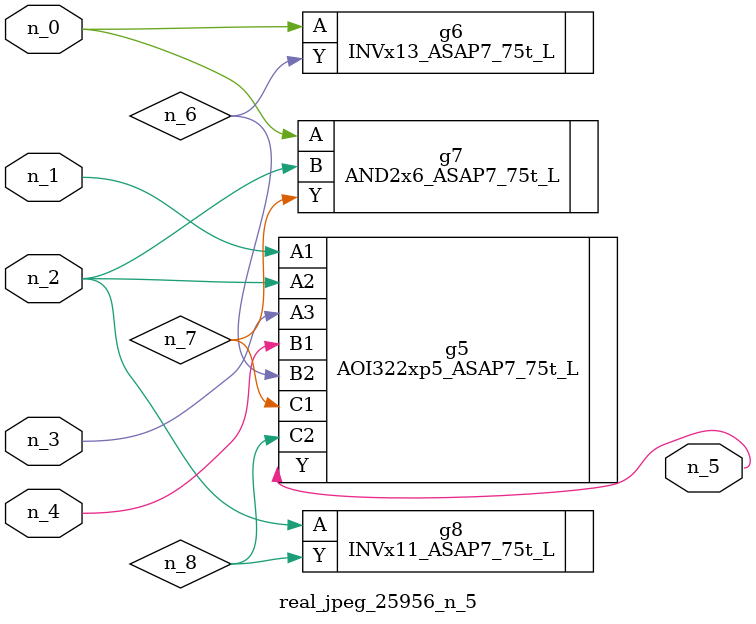
<source format=v>
module real_jpeg_25956_n_5 (n_4, n_0, n_1, n_2, n_3, n_5);

input n_4;
input n_0;
input n_1;
input n_2;
input n_3;

output n_5;

wire n_8;
wire n_6;
wire n_7;

INVx13_ASAP7_75t_L g6 ( 
.A(n_0),
.Y(n_6)
);

AND2x6_ASAP7_75t_L g7 ( 
.A(n_0),
.B(n_2),
.Y(n_7)
);

AOI322xp5_ASAP7_75t_L g5 ( 
.A1(n_1),
.A2(n_2),
.A3(n_3),
.B1(n_4),
.B2(n_6),
.C1(n_7),
.C2(n_8),
.Y(n_5)
);

INVx11_ASAP7_75t_L g8 ( 
.A(n_2),
.Y(n_8)
);


endmodule
</source>
